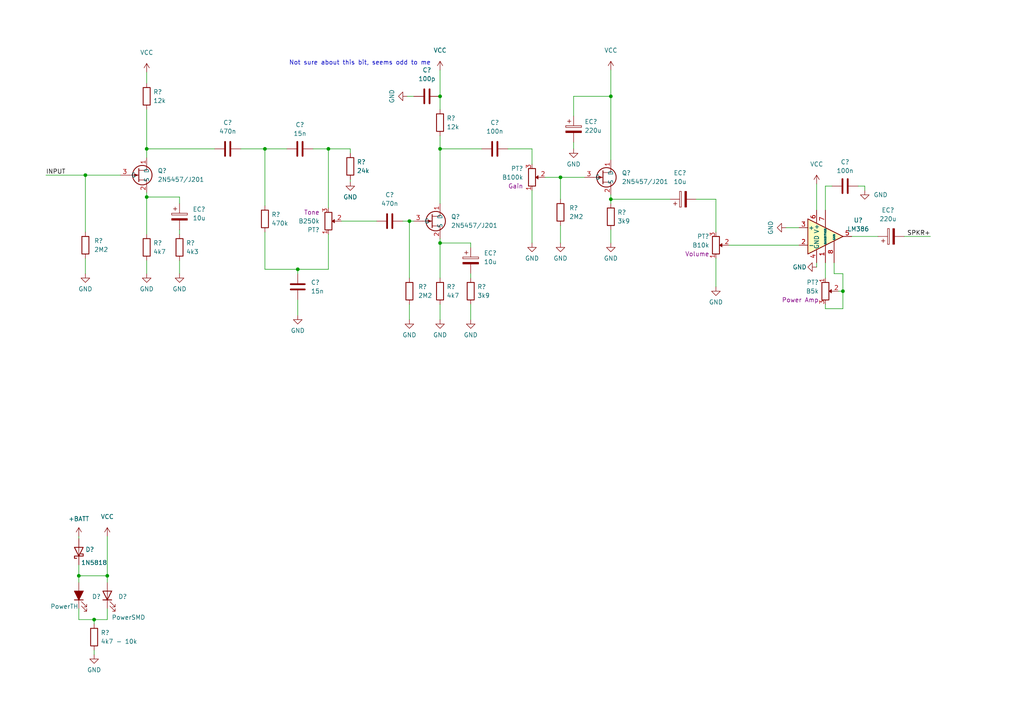
<source format=kicad_sch>
(kicad_sch (version 20211123) (generator eeschema)
  (paper "A4")
  (lib_symbols
    (symbol "000_Capacitor_Electrolytic_Immo:10u" (pin_numbers hide) (pin_names (offset 0.254))
      (property "Reference" "EC" (at 0.635 2.54 0))
      (property "Value" "10u" (at 0.635 -2.54 0))
      (symbol "10u_0_1"
        (rectangle (start -2.286 0.508) (end 2.286 1.016))
        (polyline (pts (xy -1.778 2.286) (xy -0.762 2.286)))
        (polyline (pts (xy -1.27 2.794) (xy -1.27 1.778)))
        (rectangle (start 2.286 -0.508) (end -2.286 -1.016) (fill (type outline)))
      )
      (symbol "10u_1_1"
        (pin passive line (at 0 3.81 270) (length 2.794) (name "~") (number "1"))
        (pin passive line (at 0 -3.81 90) (length 2.794) (name "~") (number "2"))
      )
    )
    (symbol "000_Capacitor_Electrolytic_Immo:220u" (pin_numbers hide) (pin_names (offset 0.254))
      (property "Reference" "EC" (at 0.635 2.54 0))
      (property "Value" "220u" (at 0.635 -2.54 0))
      (symbol "220u_0_1"
        (rectangle (start -2.286 0.508) (end 2.286 1.016))
        (polyline (pts (xy -1.778 2.286) (xy -0.762 2.286)))
        (polyline (pts (xy -1.27 2.794) (xy -1.27 1.778)))
        (rectangle (start 2.286 -0.508) (end -2.286 -1.016) (fill (type outline)))
      )
      (symbol "220u_1_1"
        (pin passive line (at 0 3.81 270) (length 2.794) (name "~") (number "1"))
        (pin passive line (at 0 -3.81 90) (length 2.794) (name "~") (number "2"))
      )
    )
    (symbol "000_Capacitor_Film_Immo:cap_film_0805" (pin_numbers hide) (pin_names (offset 0.254))
      (property "Reference" "C" (at 0.635 2.54 0))
      (property "Value" "cap_film_0805" (at 0.635 -2.54 0))
      (symbol "cap_film_0805_0_1"
        (polyline (pts (xy -2.032 -0.762) (xy 2.032 -0.762)) (stroke (width 0.508)))
        (polyline (pts (xy -2.032 0.762) (xy 2.032 0.762)) (stroke (width 0.508)))
      )
      (symbol "cap_film_0805_1_1"
        (pin passive line (at 0 3.81 270) (length 2.794) (name "~") (number "1"))
        (pin passive line (at 0 -3.81 90) (length 2.794) (name "~") (number "2"))
      )
    )
    (symbol "000_Resistors_Immo:Potentiometer" (pin_names (offset 1.016) hide)
      (property "Reference" "PT" (at 4.318 7.112 0))
      (property "Value" "Potentiometer" (at 9.652 5.08 0))
      (property "NAME" "Control" (at 6.35 3.048 0))
      (symbol "Potentiometer_0_1"
        (polyline (pts (xy 2.54 0) (xy 1.524 0)))
        (polyline (pts (xy 1.016 0) (xy 1.778 0.508) (xy 1.778 -0.508) (xy 1.016 0)) (fill (type outline)))
        (rectangle (start 1.016 2.54) (end -1.016 -2.54) (stroke (width 0.254)))
      )
      (symbol "Potentiometer_1_1"
        (pin passive line (at 0 3.81 270) (length 1.27) (name "1") (number "1"))
        (pin passive line (at 3.81 0 180) (length 1.27) (name "2") (number "2"))
        (pin passive line (at 0 -3.81 90) (length 1.27) (name "3") (number "3"))
      )
    )
    (symbol "000_Resistors_Immo:Resistor_0805" (pin_numbers hide) (pin_names (offset 0))
      (property "Reference" "R?" (at -2.54 3.81 0))
      (property "Value" "Resistor_0805" (at -5.08 2.54 0))
      (symbol "Resistor_0805_0_1"
        (rectangle (start 2.54 -1.016) (end -2.54 1.016) (stroke (width 0.254)))
      )
      (symbol "Resistor_0805_1_1"
        (pin passive line (at -3.81 0 0) (length 1.27) (name "~") (number "1"))
        (pin passive line (at 3.81 0 180) (length 1.27) (name "~") (number "2"))
      )
    )
    (symbol "Amplifier_Audio:LM386" (pin_names (offset 0.127))
      (property "Reference" "U" (at 1.27 7.62 0))
      (property "Value" "LM386" (at 1.27 5.08 0))
      (symbol "LM386_0_1"
        (polyline (pts (xy 5.08 0) (xy -5.08 5.08) (xy -5.08 -5.08) (xy 5.08 0)) (stroke (width 0.254)) (fill (type background)))
      )
      (symbol "LM386_1_1"
        (pin input line (at 0 -7.62 90) (length 5.08) (name "GAIN") (number "1"))
        (pin input line (at -7.62 -2.54 0) (length 2.54) (name "-") (number "2"))
        (pin input line (at -7.62 2.54 0) (length 2.54) (name "+") (number "3"))
        (pin power_in line (at -2.54 -7.62 90) (length 3.81) (name "GND") (number "4"))
        (pin output line (at 7.62 0 180) (length 2.54) (name "~") (number "5"))
        (pin power_in line (at -2.54 7.62 270) (length 3.81) (name "V+") (number "6"))
        (pin input line (at 0 7.62 270) (length 5.08) (name "BYPASS") (number "7"))
        (pin input line (at 2.54 -7.62 90) (length 6.35) (name "GAIN") (number "8"))
      )
    )
    (symbol "Device:LED" (pin_numbers hide) (pin_names (offset 1.016) hide)
      (property "Reference" "D" (at 0 2.54 0))
      (property "Value" "LED" (at 0 -2.54 0))
      (symbol "LED_0_1"
        (polyline (pts (xy -1.27 -1.27) (xy -1.27 1.27)) (stroke (width 0.254)))
        (polyline (pts (xy -1.27 0) (xy 1.27 0)))
        (polyline (pts (xy 1.27 -1.27) (xy 1.27 1.27) (xy -1.27 0) (xy 1.27 -1.27)) (stroke (width 0.254)))
        (polyline (pts (xy -3.048 -0.762) (xy -4.572 -2.286) (xy -3.81 -2.286) (xy -4.572 -2.286) (xy -4.572 -1.524)))
        (polyline (pts (xy -1.778 -0.762) (xy -3.302 -2.286) (xy -2.54 -2.286) (xy -3.302 -2.286) (xy -3.302 -1.524)))
      )
      (symbol "LED_1_1"
        (pin passive line (at -3.81 0 0) (length 2.54) (name "K") (number "1"))
        (pin passive line (at 3.81 0 180) (length 2.54) (name "A") (number "2"))
      )
    )
    (symbol "Device:LED_Filled" (pin_numbers hide) (pin_names (offset 1.016) hide)
      (property "Reference" "D" (at 0 2.54 0))
      (property "Value" "LED_Filled" (at 0 -2.54 0))
      (symbol "LED_Filled_0_1"
        (polyline (pts (xy -1.27 -1.27) (xy -1.27 1.27)) (stroke (width 0.254)))
        (polyline (pts (xy -1.27 0) (xy 1.27 0)))
        (polyline (pts (xy 1.27 -1.27) (xy 1.27 1.27) (xy -1.27 0) (xy 1.27 -1.27)) (stroke (width 0.254)) (fill (type outline)))
        (polyline (pts (xy -3.048 -0.762) (xy -4.572 -2.286) (xy -3.81 -2.286) (xy -4.572 -2.286) (xy -4.572 -1.524)))
        (polyline (pts (xy -1.778 -0.762) (xy -3.302 -2.286) (xy -2.54 -2.286) (xy -3.302 -2.286) (xy -3.302 -1.524)))
      )
      (symbol "LED_Filled_1_1"
        (pin passive line (at -3.81 0 0) (length 2.54) (name "K") (number "1"))
        (pin passive line (at 3.81 0 180) (length 2.54) (name "A") (number "2"))
      )
    )
    (symbol "Diode:1N5818" (pin_numbers hide) (pin_names (offset 1.016) hide)
      (property "Reference" "D" (at 0 2.54 0))
      (property "Value" "1N5818" (at 0 -2.54 0))
      (symbol "1N5818_0_1"
        (polyline (pts (xy 1.27 0) (xy -1.27 0)))
        (polyline (pts (xy 1.27 1.27) (xy 1.27 -1.27) (xy -1.27 0) (xy 1.27 1.27)) (stroke (width 0.254)))
        (polyline (pts (xy -1.905 0.635) (xy -1.905 1.27) (xy -1.27 1.27) (xy -1.27 -1.27) (xy -0.635 -1.27) (xy -0.635 -0.635)) (stroke (width 0.254)))
      )
      (symbol "1N5818_1_1"
        (pin passive line (at -3.81 0 0) (length 2.54) (name "K") (number "1"))
        (pin passive line (at 3.81 0 180) (length 2.54) (name "A") (number "2"))
      )
    )
    (symbol "Transistor_FET:MMBFJ112"
      (property "Reference" "Q" (at 5.08 1.905 0))
      (property "Value" "MMBFJ112" (at 5.08 0 0))
      (symbol "MMBFJ112_0_1"
        (polyline (pts (xy 0.254 0) (xy -2.54 0)))
        (polyline (pts (xy 0.254 1.905) (xy 0.254 -1.905)) (stroke (width 0.254)))
        (polyline (pts (xy 2.54 -2.54) (xy 2.54 -1.397) (xy 0.254 -1.397)))
        (polyline (pts (xy 2.54 2.54) (xy 2.54 1.397) (xy 0.254 1.397)))
        (polyline (pts (xy 0 0) (xy -1.016 0.381) (xy -1.016 -0.381) (xy 0 0)) (fill (type outline)))
        (circle (center 1.27 0) (radius 2.8194) (stroke (width 0.254)))
      )
      (symbol "MMBFJ112_1_1"
        (pin passive line (at 2.54 5.08 270) (length 2.54) (name "D") (number "1"))
        (pin passive line (at 2.54 -5.08 90) (length 2.54) (name "S") (number "2"))
        (pin input line (at -5.08 0 0) (length 2.54) (name "G") (number "3"))
      )
    )
    (symbol "power:+BATT" (power) (pin_names (offset 0))
      (property "Value" "+BATT" (at 0 3.556 0))
      (symbol "+BATT_0_1"
        (polyline (pts (xy -0.762 1.27) (xy 0 2.54)))
        (polyline (pts (xy 0 0) (xy 0 2.54)))
        (polyline (pts (xy 0 2.54) (xy 0.762 1.27)))
      )
      (symbol "+BATT_1_1"
        (pin power_in line (at 0 0 90) (length 0) hide (name "+BATT") (number "1"))
      )
    )
    (symbol "power:GND" (power) (pin_names (offset 0))
      (property "Value" "GND" (at 0 -3.81 0))
      (symbol "GND_0_1"
        (polyline (pts (xy 0 0) (xy 0 -1.27) (xy 1.27 -1.27) (xy 0 -2.54) (xy -1.27 -1.27) (xy 0 -1.27)))
      )
      (symbol "GND_1_1"
        (pin power_in line (at 0 0 270) (length 0) hide (name "GND") (number "1"))
      )
    )
    (symbol "power:VCC" (power) (pin_names (offset 0))
      (property "Value" "VCC" (at 0 3.81 0))
      (symbol "VCC_0_1"
        (polyline (pts (xy -0.762 1.27) (xy 0 2.54)))
        (polyline (pts (xy 0 0) (xy 0 2.54)))
        (polyline (pts (xy 0 2.54) (xy 0.762 1.27)))
      )
      (symbol "VCC_1_1"
        (pin power_in line (at 0 0 90) (length 0) hide (name "VCC") (number "1"))
      )
    )
  )
  (junction (at 76.835 43.18))
  (junction (at 177.165 57.785))
  (junction (at 24.765 50.8))
  (junction (at 42.545 57.15))
  (junction (at 22.86 167.005))
  (junction (at 127.635 27.94))
  (junction (at 162.56 51.435))
  (junction (at 86.36 78.105))
  (junction (at 127.635 43.18))
  (junction (at 27.305 179.705))
  (junction (at 95.25 43.18))
  (junction (at 127.635 70.485))
  (junction (at 42.545 43.18))
  (junction (at 31.115 167.005))
  (junction (at 244.475 84.455))
  (junction (at 118.745 64.135))
  (junction (at 177.165 27.94))
  (wire (pts (xy 101.6 52.705) (xy 101.6 52.07)))
  (wire (pts (xy 201.93 57.785) (xy 207.645 57.785)))
  (wire (pts (xy 158.115 51.435) (xy 162.56 51.435)))
  (wire (pts (xy 76.835 78.105) (xy 76.835 67.31)))
  (wire (pts (xy 90.805 43.18) (xy 95.25 43.18)))
  (wire (pts (xy 116.84 64.135) (xy 118.745 64.135)))
  (wire (pts (xy 127.635 70.485) (xy 127.635 80.645)))
  (wire (pts (xy 76.835 43.18) (xy 83.185 43.18)))
  (wire (pts (xy 42.545 57.15) (xy 42.545 67.945)))
  (wire (pts (xy 239.395 60.96) (xy 239.395 53.975)))
  (wire (pts (xy 236.855 76.2) (xy 236.855 77.47)))
  (wire (pts (xy 24.765 50.8) (xy 24.765 67.31)))
  (wire (pts (xy 162.56 51.435) (xy 162.56 57.785)))
  (wire (pts (xy 166.37 33.655) (xy 166.37 27.94)))
  (wire (pts (xy 207.645 74.93) (xy 207.645 83.185)))
  (wire (pts (xy 22.86 163.83) (xy 22.86 167.005)))
  (wire (pts (xy 24.765 50.8) (xy 34.925 50.8)))
  (wire (pts (xy 118.745 64.135) (xy 120.015 64.135)))
  (wire (pts (xy 250.825 53.975) (xy 250.825 55.245)))
  (wire (pts (xy 95.25 43.18) (xy 101.6 43.18)))
  (wire (pts (xy 177.165 57.785) (xy 177.165 59.055)))
  (wire (pts (xy 127.635 39.37) (xy 127.635 43.18)))
  (wire (pts (xy 241.935 79.375) (xy 241.935 76.2)))
  (wire (pts (xy 22.86 167.005) (xy 31.115 167.005)))
  (wire (pts (xy 162.56 65.405) (xy 162.56 70.485)))
  (wire (pts (xy 86.36 78.105) (xy 76.835 78.105)))
  (wire (pts (xy 127.635 43.18) (xy 139.7 43.18)))
  (wire (pts (xy 31.115 155.575) (xy 31.115 167.005)))
  (wire (pts (xy 22.86 176.53) (xy 22.86 179.705)))
  (wire (pts (xy 95.25 43.18) (xy 95.25 60.325)))
  (wire (pts (xy 177.165 56.515) (xy 177.165 57.785)))
  (wire (pts (xy 27.305 180.975) (xy 27.305 179.705)))
  (wire (pts (xy 127.635 20.32) (xy 127.635 27.94)))
  (wire (pts (xy 231.775 66.04) (xy 227.965 66.04)))
  (wire (pts (xy 52.07 79.375) (xy 52.07 75.565)))
  (wire (pts (xy 13.335 50.8) (xy 24.765 50.8)))
  (wire (pts (xy 247.015 68.58) (xy 254.635 68.58)))
  (wire (pts (xy 22.86 179.705) (xy 27.305 179.705)))
  (wire (pts (xy 177.165 27.94) (xy 177.165 46.355)))
  (wire (pts (xy 154.305 55.245) (xy 154.305 70.485)))
  (wire (pts (xy 86.36 78.105) (xy 86.36 79.375)))
  (wire (pts (xy 42.545 43.18) (xy 62.23 43.18)))
  (wire (pts (xy 22.86 155.575) (xy 22.86 156.21)))
  (wire (pts (xy 127.635 43.18) (xy 127.635 59.055)))
  (wire (pts (xy 177.165 70.485) (xy 177.165 66.675)))
  (wire (pts (xy 101.6 44.45) (xy 101.6 43.18)))
  (wire (pts (xy 118.745 92.71) (xy 118.745 88.265)))
  (wire (pts (xy 42.545 43.18) (xy 42.545 45.72)))
  (wire (pts (xy 154.305 43.18) (xy 154.305 47.625)))
  (wire (pts (xy 248.92 53.975) (xy 250.825 53.975)))
  (wire (pts (xy 52.07 66.675) (xy 52.07 67.945)))
  (wire (pts (xy 239.395 76.2) (xy 239.395 80.645)))
  (wire (pts (xy 136.525 70.485) (xy 127.635 70.485)))
  (wire (pts (xy 147.32 43.18) (xy 154.305 43.18)))
  (wire (pts (xy 239.395 53.975) (xy 241.3 53.975)))
  (wire (pts (xy 236.855 53.34) (xy 236.855 60.96)))
  (wire (pts (xy 162.56 51.435) (xy 169.545 51.435)))
  (wire (pts (xy 86.36 91.44) (xy 86.36 86.995)))
  (wire (pts (xy 244.475 89.535) (xy 244.475 84.455)))
  (wire (pts (xy 42.545 55.88) (xy 42.545 57.15)))
  (wire (pts (xy 31.115 168.91) (xy 31.115 167.005)))
  (wire (pts (xy 118.11 27.94) (xy 120.015 27.94)))
  (wire (pts (xy 127.635 70.485) (xy 127.635 69.215)))
  (wire (pts (xy 211.455 71.12) (xy 231.775 71.12)))
  (wire (pts (xy 22.86 168.91) (xy 22.86 167.005)))
  (wire (pts (xy 177.165 20.32) (xy 177.165 27.94)))
  (wire (pts (xy 244.475 79.375) (xy 241.935 79.375)))
  (wire (pts (xy 95.25 78.105) (xy 86.36 78.105)))
  (wire (pts (xy 127.635 27.94) (xy 127.635 31.75)))
  (wire (pts (xy 95.25 67.945) (xy 95.25 78.105)))
  (wire (pts (xy 42.545 20.955) (xy 42.545 24.13)))
  (wire (pts (xy 118.745 64.135) (xy 118.745 80.645)))
  (wire (pts (xy 136.525 79.375) (xy 136.525 80.645)))
  (wire (pts (xy 99.06 64.135) (xy 109.22 64.135)))
  (wire (pts (xy 136.525 92.71) (xy 136.525 88.265)))
  (wire (pts (xy 239.395 89.535) (xy 244.475 89.535)))
  (wire (pts (xy 24.765 79.375) (xy 24.765 74.93)))
  (wire (pts (xy 52.07 59.055) (xy 52.07 57.15)))
  (wire (pts (xy 31.115 179.705) (xy 27.305 179.705)))
  (wire (pts (xy 239.395 88.265) (xy 239.395 89.535)))
  (wire (pts (xy 42.545 79.375) (xy 42.545 75.565)))
  (wire (pts (xy 136.525 71.755) (xy 136.525 70.485)))
  (wire (pts (xy 42.545 31.75) (xy 42.545 43.18)))
  (wire (pts (xy 244.475 84.455) (xy 244.475 79.375)))
  (wire (pts (xy 262.255 68.58) (xy 269.875 68.58)))
  (wire (pts (xy 243.205 84.455) (xy 244.475 84.455)))
  (wire (pts (xy 52.07 57.15) (xy 42.545 57.15)))
  (wire (pts (xy 31.115 176.53) (xy 31.115 179.705)))
  (wire (pts (xy 207.645 57.785) (xy 207.645 67.31)))
  (wire (pts (xy 76.835 43.18) (xy 76.835 59.69)))
  (wire (pts (xy 69.85 43.18) (xy 76.835 43.18)))
  (wire (pts (xy 127.635 92.71) (xy 127.635 88.265)))
  (wire (pts (xy 177.165 57.785) (xy 194.31 57.785)))
  (wire (pts (xy 166.37 27.94) (xy 177.165 27.94)))
  (wire (pts (xy 27.305 189.865) (xy 27.305 188.595)))
  (wire (pts (xy 166.37 43.18) (xy 166.37 41.275)))
  (text "Not sure about this bit, seems odd to me\n" (at 83.82 19.05 0) (effects (font (size 1.27 1.27)) (justify left bottom)))
  (label "INPUT" (at 13.335 50.8 0))
  (label "SPKR+" (at 269.875 68.58 180))
  (symbol (lib_id "Transistor_FET:MMBFJ112") (at 125.095 64.135 0) (unit 1)
    (property "Reference" "Q?" (at 130.81 62.8649 0) (effects (justify left)))
    (property "Value" "2N5457/J201" (at 130.81 65.4049 0) (effects (justify left)))
    (property "Footprint" "Package_TO_SOT_SMD:SOT-23" (effects hide))
    (property "Datasheet" "https://www.onsemi.com/pub/Collateral/MMBFJ113-D.PDF" (effects hide))
  )
  (symbol (lib_id "power:VCC") (at 42.545 20.955 0) (unit 1)
    (property "Reference" "#PWR?" (effects hide))
    (property "Value" "VCC" (at 42.545 15.24 0))
  )
  (symbol (lib_id "000_Capacitor_Electrolytic_Immo:10u") (at 52.07 62.865 0) (unit 1)
    (property "Reference" "EC?" (at 55.88 60.7059 0) (effects (justify left)))
    (property "Value" "10u" (at 55.88 63.2459 0) (effects (justify left)))
    (property "Footprint" "Capacitor_SMD:CP_Elec_6.3x5.9" (effects hide))
  )
  (symbol (lib_id "000_Resistors_Immo:Resistor_0805") (at 177.165 62.865 270) (unit 1)
    (property "Reference" "R?" (at 179.07 61.5949 90) (effects (justify left)))
    (property "Value" "3k9" (at 179.07 64.1349 90) (effects (justify left)))
    (property "Footprint" "Resistor_SMD:R_0805_2012Metric_Pad1.20x1.40mm_HandSolder" (effects hide))
  )
  (symbol (lib_id "000_Resistors_Immo:Potentiometer") (at 95.25 64.135 0) (mirror x) (unit 1)
    (property "Reference" "PT?" (at 92.71 66.6751 0) (effects (justify right)))
    (property "Value" "B250k" (at 92.71 64.1351 0) (effects (justify right)))
    (property "Footprint" "Potentiometer_THT:Potentiometer_Alpha_RD901F-40-00D_Single_Vertical_CircularHoles" (effects hide))
    (property "NAME" "Tone" (at 92.71 61.5951 0) (effects (justify right)))
  )
  (symbol (lib_id "000_Resistors_Immo:Potentiometer") (at 207.645 71.12 0) (mirror x) (unit 1)
    (property "Reference" "PT?" (at 205.74 68.5799 0) (effects (justify right)))
    (property "Value" "B10k" (at 205.74 71.1199 0) (effects (justify right)))
    (property "Footprint" "Potentiometer_THT:Potentiometer_Alpha_RD901F-40-00D_Single_Vertical_CircularHoles" (effects hide))
    (property "NAME" "Volume" (at 205.74 73.6599 0) (effects (justify right)))
  )
  (symbol (lib_id "Amplifier_Audio:LM386") (at 239.395 68.58 0) (unit 1)
    (property "Reference" "U?" (at 248.92 63.881 0))
    (property "Value" "LM386" (at 248.92 66.421 0))
    (property "Datasheet" "http://www.ti.com/lit/ds/symlink/lm386.pdf" (effects hide))
  )
  (symbol (lib_id "power:GND") (at 86.36 91.44 0) (unit 1)
    (property "Reference" "#PWR?" (effects hide))
    (property "Value" "GND" (at 86.36 95.885 0))
  )
  (symbol (lib_id "power:GND") (at 162.56 70.485 0) (unit 1)
    (property "Reference" "#PWR?" (effects hide))
    (property "Value" "GND" (at 162.56 74.93 0))
  )
  (symbol (lib_id "000_Resistors_Immo:Resistor_0805") (at 118.745 84.455 270) (unit 1)
    (property "Reference" "R?" (at 121.285 83.1849 90) (effects (justify left)))
    (property "Value" "2M2" (at 121.285 85.7249 90) (effects (justify left)))
    (property "Footprint" "Resistor_SMD:R_0805_2012Metric_Pad1.20x1.40mm_HandSolder" (effects hide))
  )
  (symbol (lib_id "000_Resistors_Immo:Potentiometer") (at 154.305 51.435 0) (mirror x) (unit 1)
    (property "Reference" "PT?" (at 151.765 48.8949 0) (effects (justify right)))
    (property "Value" "B100k" (at 151.765 51.4349 0) (effects (justify right)))
    (property "Footprint" "Potentiometer_THT:Potentiometer_Alpha_RD901F-40-00D_Single_Vertical_CircularHoles" (effects hide))
    (property "NAME" "Gain" (at 151.765 53.9749 0) (effects (justify right)))
  )
  (symbol (lib_id "Device:LED") (at 31.115 172.72 90) (unit 1)
    (property "Reference" "D?" (at 34.29 173.0374 90) (effects (justify right)))
    (property "Value" "PowerSMD" (at 32.385 179.07 90) (effects (justify right)))
    (property "Footprint" "LED_SMD:LED_0805_2012Metric_Pad1.15x1.40mm_HandSolder" (effects hide))
  )
  (symbol (lib_id "power:GND") (at 52.07 79.375 0) (unit 1)
    (property "Reference" "#PWR?" (effects hide))
    (property "Value" "GND" (at 52.07 83.82 0))
  )
  (symbol (lib_id "power:VCC") (at 236.855 53.34 0) (unit 1)
    (property "Reference" "#PWR?" (effects hide))
    (property "Value" "VCC" (at 236.855 47.625 0))
  )
  (symbol (lib_id "power:GND") (at 42.545 79.375 0) (unit 1)
    (property "Reference" "#PWR?" (effects hide))
    (property "Value" "GND" (at 42.545 83.82 0))
  )
  (symbol (lib_id "power:GND") (at 24.765 79.375 0) (unit 1)
    (property "Reference" "#PWR?" (effects hide))
    (property "Value" "GND" (at 24.765 83.82 0))
  )
  (symbol (lib_id "000_Capacitor_Film_Immo:cap_film_0805") (at 143.51 43.18 90) (unit 1)
    (property "Reference" "C?" (at 143.51 35.56 90))
    (property "Value" "100n" (at 143.51 38.1 90))
    (property "Footprint" "Capacitor_SMD:C_0805_2012Metric_Pad1.18x1.45mm_HandSolder" (effects hide))
  )
  (symbol (lib_id "power:GND") (at 154.305 70.485 0) (unit 1)
    (property "Reference" "#PWR?" (effects hide))
    (property "Value" "GND" (at 154.305 74.93 0))
  )
  (symbol (lib_id "000_Resistors_Immo:Resistor_0805") (at 52.07 71.755 270) (unit 1)
    (property "Reference" "R?" (at 53.975 70.4849 90) (effects (justify left)))
    (property "Value" "4k3" (at 53.975 73.0249 90) (effects (justify left)))
    (property "Footprint" "Resistor_SMD:R_0805_2012Metric_Pad1.20x1.40mm_HandSolder" (effects hide))
  )
  (symbol (lib_id "000_Resistors_Immo:Resistor_0805") (at 101.6 48.26 270) (unit 1)
    (property "Reference" "R?" (at 103.505 46.9899 90) (effects (justify left)))
    (property "Value" "24k" (at 103.505 49.5299 90) (effects (justify left)))
    (property "Footprint" "Resistor_SMD:R_0805_2012Metric_Pad1.20x1.40mm_HandSolder" (effects hide))
  )
  (symbol (lib_id "000_Resistors_Immo:Resistor_0805") (at 24.765 71.12 270) (unit 1)
    (property "Reference" "R?" (at 27.305 69.8499 90) (effects (justify left)))
    (property "Value" "2M2" (at 27.305 72.3899 90) (effects (justify left)))
    (property "Footprint" "Resistor_SMD:R_0805_2012Metric_Pad1.20x1.40mm_HandSolder" (effects hide))
  )
  (symbol (lib_id "power:GND") (at 177.165 70.485 0) (unit 1)
    (property "Reference" "#PWR?" (effects hide))
    (property "Value" "GND" (at 177.165 74.93 0))
  )
  (symbol (lib_id "000_Resistors_Immo:Resistor_0805") (at 42.545 27.94 270) (unit 1)
    (property "Reference" "R?" (at 44.45 26.6699 90) (effects (justify left)))
    (property "Value" "12k" (at 44.45 29.2099 90) (effects (justify left)))
    (property "Footprint" "Resistor_SMD:R_0805_2012Metric_Pad1.20x1.40mm_HandSolder" (effects hide))
  )
  (symbol (lib_id "000_Capacitor_Electrolytic_Immo:10u") (at 198.12 57.785 90) (unit 1)
    (property "Reference" "EC?" (at 197.231 50.165 90))
    (property "Value" "10u" (at 197.231 52.705 90))
    (property "Footprint" "Capacitor_SMD:CP_Elec_6.3x5.9" (effects hide))
  )
  (symbol (lib_id "000_Resistors_Immo:Resistor_0805") (at 42.545 71.755 270) (unit 1)
    (property "Reference" "R?" (at 44.45 70.4849 90) (effects (justify left)))
    (property "Value" "4k7" (at 44.45 73.0249 90) (effects (justify left)))
    (property "Footprint" "Resistor_SMD:R_0805_2012Metric_Pad1.20x1.40mm_HandSolder" (effects hide))
  )
  (symbol (lib_id "power:GND") (at 118.745 92.71 0) (unit 1)
    (property "Reference" "#PWR?" (effects hide))
    (property "Value" "GND" (at 118.745 97.155 0))
  )
  (symbol (lib_id "power:GND") (at 227.965 66.04 270) (unit 1)
    (property "Reference" "#PWR?" (effects hide))
    (property "Value" "GND" (at 223.52 66.04 0))
  )
  (symbol (lib_id "power:GND") (at 127.635 92.71 0) (unit 1)
    (property "Reference" "#PWR?" (effects hide))
    (property "Value" "GND" (at 127.635 97.155 0))
  )
  (symbol (lib_id "000_Resistors_Immo:Resistor_0805") (at 127.635 35.56 270) (unit 1)
    (property "Reference" "R?" (at 129.54 34.2899 90) (effects (justify left)))
    (property "Value" "12k" (at 129.54 36.8299 90) (effects (justify left)))
    (property "Footprint" "Resistor_SMD:R_0805_2012Metric_Pad1.20x1.40mm_HandSolder" (effects hide))
  )
  (symbol (lib_id "000_Resistors_Immo:Potentiometer") (at 239.395 84.455 0) (unit 1)
    (property "Reference" "PT?" (at 237.49 81.9149 0) (effects (justify right)))
    (property "Value" "B5k" (at 237.49 84.4549 0) (effects (justify right)))
    (property "Footprint" "Potentiometer_THT:Potentiometer_Alpha_RD901F-40-00D_Single_Vertical_CircularHoles" (effects hide))
    (property "NAME" "Power Amp" (at 237.49 86.9949 0) (effects (justify right)))
  )
  (symbol (lib_id "000_Capacitor_Film_Immo:cap_film_0805") (at 113.03 64.135 90) (unit 1)
    (property "Reference" "C?" (at 113.03 56.515 90))
    (property "Value" "470n" (at 113.03 59.055 90))
    (property "Footprint" "Capacitor_SMD:C_0805_2012Metric_Pad1.18x1.45mm_HandSolder" (effects hide))
  )
  (symbol (lib_id "Device:LED_Filled") (at 22.86 172.72 90) (unit 1)
    (property "Reference" "D?" (at 26.67 173.0374 90) (effects (justify right)))
    (property "Value" "PowerTH" (at 14.605 175.895 90) (effects (justify right)))
    (property "Footprint" "LED_THT:LED_D5.0mm" (effects hide))
  )
  (symbol (lib_id "000_Capacitor_Electrolytic_Immo:220u") (at 166.37 37.465 0) (unit 1)
    (property "Reference" "EC?" (at 169.545 35.3059 0) (effects (justify left)))
    (property "Value" "220u" (at 169.545 37.8459 0) (effects (justify left)))
    (property "Footprint" "Capacitor_SMD:CP_Elec_10x10" (effects hide))
  )
  (symbol (lib_id "power:GND") (at 136.525 92.71 0) (unit 1)
    (property "Reference" "#PWR?" (effects hide))
    (property "Value" "GND" (at 136.525 97.155 0))
  )
  (symbol (lib_id "000_Capacitor_Electrolytic_Immo:10u") (at 136.525 75.565 0) (unit 1)
    (property "Reference" "EC?" (at 140.335 73.4059 0) (effects (justify left)))
    (property "Value" "10u" (at 140.335 75.9459 0) (effects (justify left)))
    (property "Footprint" "Capacitor_SMD:CP_Elec_6.3x5.9" (effects hide))
  )
  (symbol (lib_id "Transistor_FET:MMBFJ112") (at 40.005 50.8 0) (unit 1)
    (property "Reference" "Q?" (at 45.72 49.5299 0) (effects (justify left)))
    (property "Value" "2N5457/J201" (at 45.72 52.0699 0) (effects (justify left)))
    (property "Footprint" "Package_TO_SOT_SMD:SOT-23" (effects hide))
    (property "Datasheet" "https://www.onsemi.com/pub/Collateral/MMBFJ113-D.PDF" (effects hide))
  )
  (symbol (lib_id "000_Capacitor_Electrolytic_Immo:220u") (at 258.445 68.58 90) (unit 1)
    (property "Reference" "EC?" (at 257.556 60.96 90))
    (property "Value" "220u" (at 257.556 63.5 90))
    (property "Footprint" "Capacitor_SMD:CP_Elec_10x10" (effects hide))
  )
  (symbol (lib_id "power:GND") (at 236.855 77.47 270) (unit 1)
    (property "Reference" "#PWR?" (effects hide))
    (property "Value" "GND" (at 229.87 77.47 90) (effects (justify left)))
  )
  (symbol (lib_id "000_Capacitor_Film_Immo:cap_film_0805") (at 123.825 27.94 270) (unit 1)
    (property "Reference" "C?" (at 123.825 20.32 90))
    (property "Value" "100p" (at 123.825 22.86 90))
    (property "Footprint" "Capacitor_SMD:C_0805_2012Metric_Pad1.18x1.45mm_HandSolder" (effects hide))
  )
  (symbol (lib_id "000_Resistors_Immo:Resistor_0805") (at 127.635 84.455 270) (unit 1)
    (property "Reference" "R?" (at 129.54 83.1849 90) (effects (justify left)))
    (property "Value" "4k7" (at 129.54 85.7249 90) (effects (justify left)))
    (property "Footprint" "Resistor_SMD:R_0805_2012Metric_Pad1.20x1.40mm_HandSolder" (effects hide))
  )
  (symbol (lib_id "power:+BATT") (at 22.86 155.575 0) (unit 1)
    (property "Reference" "#PWR?" (effects hide))
    (property "Value" "+BATT" (at 22.86 150.495 0))
  )
  (symbol (lib_id "000_Capacitor_Film_Immo:cap_film_0805") (at 86.995 43.18 270) (unit 1)
    (property "Reference" "C?" (at 86.995 36.195 90))
    (property "Value" "15n" (at 86.995 38.735 90))
    (property "Footprint" "Capacitor_SMD:C_0805_2012Metric_Pad1.18x1.45mm_HandSolder" (effects hide))
  )
  (symbol (lib_id "000_Capacitor_Film_Immo:cap_film_0805") (at 86.36 83.185 0) (unit 1)
    (property "Reference" "C?" (at 90.17 81.9149 0) (effects (justify left)))
    (property "Value" "15n" (at 90.17 84.4549 0) (effects (justify left)))
    (property "Footprint" "Capacitor_SMD:C_0805_2012Metric_Pad1.18x1.45mm_HandSolder" (effects hide))
  )
  (symbol (lib_id "Diode:1N5818") (at 22.86 160.02 90) (unit 1)
    (property "Reference" "D?" (at 24.765 159.385 90) (effects (justify right)))
    (property "Value" "1N5818" (at 23.495 163.195 90) (effects (justify right)))
    (property "Footprint" "Diode_THT:D_DO-41_SOD81_P10.16mm_Horizontal" (effects hide))
    (property "Datasheet" "http://www.vishay.com/docs/88525/1n5817.pdf" (effects hide))
  )
  (symbol (lib_id "Transistor_FET:MMBFJ112") (at 174.625 51.435 0) (unit 1)
    (property "Reference" "Q?" (at 180.34 50.1649 0) (effects (justify left)))
    (property "Value" "2N5457/J201" (at 180.34 52.7049 0) (effects (justify left)))
    (property "Footprint" "Package_TO_SOT_SMD:SOT-23" (effects hide))
    (property "Datasheet" "https://www.onsemi.com/pub/Collateral/MMBFJ113-D.PDF" (effects hide))
  )
  (symbol (lib_id "000_Resistors_Immo:Resistor_0805") (at 136.525 84.455 270) (unit 1)
    (property "Reference" "R?" (at 138.43 83.1849 90) (effects (justify left)))
    (property "Value" "3k9" (at 138.43 85.7249 90) (effects (justify left)))
    (property "Footprint" "Resistor_SMD:R_0805_2012Metric_Pad1.20x1.40mm_HandSolder" (effects hide))
  )
  (symbol (lib_id "power:VCC") (at 127.635 20.32 0) (unit 1)
    (property "Reference" "#PWR?" (effects hide))
    (property "Value" "VCC" (at 127.635 14.605 0))
  )
  (symbol (lib_id "power:GND") (at 27.305 189.865 0) (unit 1)
    (property "Reference" "#PWR?" (effects hide))
    (property "Value" "GND" (at 27.305 194.31 0))
  )
  (symbol (lib_id "power:VCC") (at 31.115 155.575 0) (unit 1)
    (property "Reference" "#PWR?" (effects hide))
    (property "Value" "VCC" (at 31.115 149.86 0))
  )
  (symbol (lib_id "power:GND") (at 250.825 55.245 0) (unit 1)
    (property "Reference" "#PWR?" (effects hide))
    (property "Value" "GND" (at 253.365 56.5149 0) (effects (justify left)))
  )
  (symbol (lib_id "power:GND") (at 166.37 43.18 0) (unit 1)
    (property "Reference" "#PWR?" (effects hide))
    (property "Value" "GND" (at 166.37 47.625 0))
  )
  (symbol (lib_id "000_Resistors_Immo:Resistor_0805") (at 76.835 63.5 270) (unit 1)
    (property "Reference" "R?" (at 78.74 62.2299 90) (effects (justify left)))
    (property "Value" "470k" (at 78.74 64.7699 90) (effects (justify left)))
    (property "Footprint" "Resistor_SMD:R_0805_2012Metric_Pad1.20x1.40mm_HandSolder" (effects hide))
  )
  (symbol (lib_id "000_Capacitor_Film_Immo:cap_film_0805") (at 66.04 43.18 90) (unit 1)
    (property "Reference" "C?" (at 66.04 35.56 90))
    (property "Value" "470n" (at 66.04 38.1 90))
    (property "Footprint" "Capacitor_SMD:C_0805_2012Metric_Pad1.18x1.45mm_HandSolder" (effects hide))
  )
  (symbol (lib_id "000_Resistors_Immo:Resistor_0805") (at 27.305 184.785 90) (unit 1)
    (property "Reference" "R?" (at 29.21 183.5149 90) (effects (justify right)))
    (property "Value" "4k7 - 10k" (at 29.21 186.0549 90) (effects (justify right)))
    (property "Footprint" "Resistor_SMD:R_0805_2012Metric_Pad1.20x1.40mm_HandSolder" (effects hide))
  )
  (symbol (lib_id "000_Capacitor_Film_Immo:cap_film_0805") (at 245.11 53.975 270) (unit 1)
    (property "Reference" "C?" (at 245.11 46.99 90))
    (property "Value" "100n" (at 245.11 49.53 90))
    (property "Footprint" "Capacitor_SMD:C_0805_2012Metric_Pad1.18x1.45mm_HandSolder" (effects hide))
  )
  (symbol (lib_id "000_Resistors_Immo:Resistor_0805") (at 162.56 61.595 270) (unit 1)
    (property "Reference" "R?" (at 165.1 60.3249 90) (effects (justify left)))
    (property "Value" "2M2" (at 165.1 62.8649 90) (effects (justify left)))
    (property "Footprint" "Resistor_SMD:R_0805_2012Metric_Pad1.20x1.40mm_HandSolder" (effects hide))
  )
  (symbol (lib_id "power:GND") (at 118.11 27.94 270) (unit 1)
    (property "Reference" "#PWR?" (effects hide))
    (property "Value" "GND" (at 113.665 27.94 0))
  )
  (symbol (lib_id "power:GND") (at 101.6 52.705 0) (unit 1)
    (property "Reference" "#PWR?" (effects hide))
    (property "Value" "GND" (at 101.6 57.15 0))
  )
  (symbol (lib_id "power:VCC") (at 177.165 20.32 0) (unit 1)
    (property "Reference" "#PWR?" (effects hide))
    (property "Value" "VCC" (at 177.165 14.605 0))
  )
  (symbol (lib_id "power:GND") (at 207.645 83.185 0) (unit 1)
    (property "Reference" "#PWR?" (effects hide))
    (property "Value" "GND" (at 207.645 87.63 0))
  )
)
</source>
